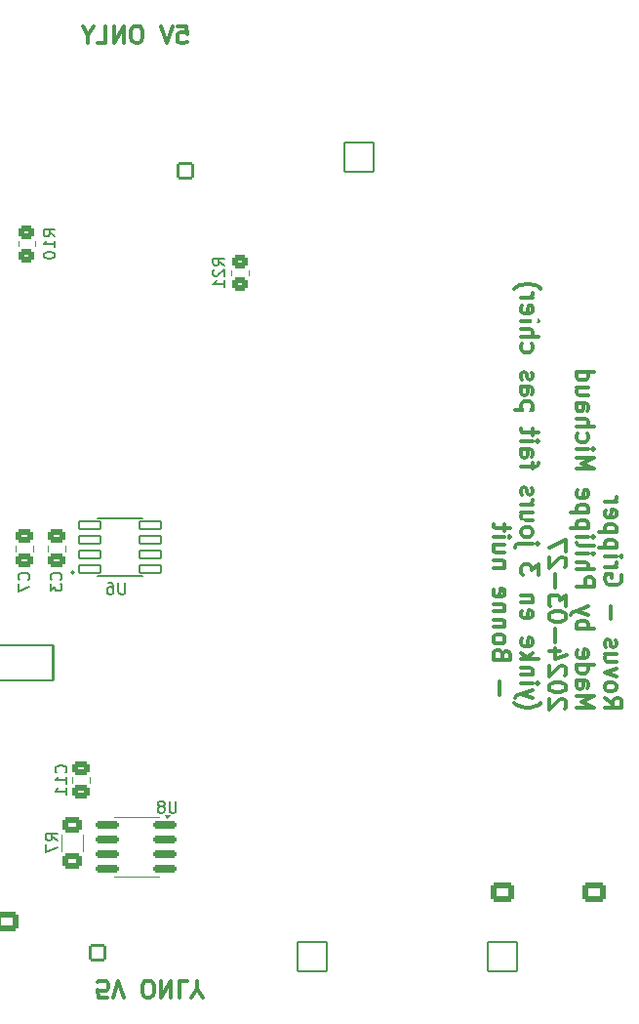
<source format=gbo>
%TF.GenerationSoftware,KiCad,Pcbnew,8.0.1-8.0.1-1~ubuntu22.04.1*%
%TF.CreationDate,2024-04-01T00:34:08-04:00*%
%TF.ProjectId,gripper_2024,67726970-7065-4725-9f32-3032342e6b69,rev?*%
%TF.SameCoordinates,Original*%
%TF.FileFunction,Legend,Bot*%
%TF.FilePolarity,Positive*%
%FSLAX46Y46*%
G04 Gerber Fmt 4.6, Leading zero omitted, Abs format (unit mm)*
G04 Created by KiCad (PCBNEW 8.0.1-8.0.1-1~ubuntu22.04.1) date 2024-04-01 00:34:08*
%MOMM*%
%LPD*%
G01*
G04 APERTURE LIST*
G04 Aperture macros list*
%AMRoundRect*
0 Rectangle with rounded corners*
0 $1 Rounding radius*
0 $2 $3 $4 $5 $6 $7 $8 $9 X,Y pos of 4 corners*
0 Add a 4 corners polygon primitive as box body*
4,1,4,$2,$3,$4,$5,$6,$7,$8,$9,$2,$3,0*
0 Add four circle primitives for the rounded corners*
1,1,$1+$1,$2,$3*
1,1,$1+$1,$4,$5*
1,1,$1+$1,$6,$7*
1,1,$1+$1,$8,$9*
0 Add four rect primitives between the rounded corners*
20,1,$1+$1,$2,$3,$4,$5,0*
20,1,$1+$1,$4,$5,$6,$7,0*
20,1,$1+$1,$6,$7,$8,$9,0*
20,1,$1+$1,$8,$9,$2,$3,0*%
G04 Aperture macros list end*
%ADD10C,0.300000*%
%ADD11C,0.150000*%
%ADD12C,0.127000*%
%ADD13C,0.200000*%
%ADD14C,0.120000*%
%ADD15RoundRect,0.250000X0.725000X-0.600000X0.725000X0.600000X-0.725000X0.600000X-0.725000X-0.600000X0*%
%ADD16O,1.950000X1.700000*%
%ADD17RoundRect,0.102000X-2.500000X1.500000X-2.500000X-1.500000X2.500000X-1.500000X2.500000X1.500000X0*%
%ADD18O,4.704000X2.954000*%
%ADD19RoundRect,0.102000X-1.000000X-1.000000X1.000000X-1.000000X1.000000X1.000000X-1.000000X1.000000X0*%
%ADD20C,2.204000*%
%ADD21C,1.712000*%
%ADD22C,2.754000*%
%ADD23RoundRect,0.102000X1.275000X1.275000X-1.275000X1.275000X-1.275000X-1.275000X1.275000X-1.275000X0*%
%ADD24C,3.600000*%
%ADD25C,5.600000*%
%ADD26C,3.350000*%
%ADD27RoundRect,0.102000X-0.634000X-0.634000X0.634000X-0.634000X0.634000X0.634000X-0.634000X0.634000X0*%
%ADD28C,1.472000*%
%ADD29R,2.000000X2.000000*%
%ADD30C,2.000000*%
%ADD31R,1.600000X1.600000*%
%ADD32C,1.600000*%
%ADD33RoundRect,0.102000X-1.275000X-1.275000X1.275000X-1.275000X1.275000X1.275000X-1.275000X1.275000X0*%
%ADD34RoundRect,0.102000X0.634000X0.634000X-0.634000X0.634000X-0.634000X-0.634000X0.634000X-0.634000X0*%
%ADD35RoundRect,0.055580X-0.921420X-0.341420X0.921420X-0.341420X0.921420X0.341420X-0.921420X0.341420X0*%
%ADD36RoundRect,0.250000X0.450000X-0.350000X0.450000X0.350000X-0.450000X0.350000X-0.450000X-0.350000X0*%
%ADD37RoundRect,0.250000X0.625000X-0.400000X0.625000X0.400000X-0.625000X0.400000X-0.625000X-0.400000X0*%
%ADD38RoundRect,0.250000X-0.475000X0.337500X-0.475000X-0.337500X0.475000X-0.337500X0.475000X0.337500X0*%
%ADD39RoundRect,0.150000X0.825000X0.150000X-0.825000X0.150000X-0.825000X-0.150000X0.825000X-0.150000X0*%
%ADD40C,0.600000*%
G04 APERTURE END LIST*
D10*
X73351503Y-75088346D02*
X74065789Y-75588346D01*
X73351503Y-75945489D02*
X74851503Y-75945489D01*
X74851503Y-75945489D02*
X74851503Y-75374060D01*
X74851503Y-75374060D02*
X74780074Y-75231203D01*
X74780074Y-75231203D02*
X74708646Y-75159774D01*
X74708646Y-75159774D02*
X74565789Y-75088346D01*
X74565789Y-75088346D02*
X74351503Y-75088346D01*
X74351503Y-75088346D02*
X74208646Y-75159774D01*
X74208646Y-75159774D02*
X74137217Y-75231203D01*
X74137217Y-75231203D02*
X74065789Y-75374060D01*
X74065789Y-75374060D02*
X74065789Y-75945489D01*
X73351503Y-74231203D02*
X73422932Y-74374060D01*
X73422932Y-74374060D02*
X73494360Y-74445489D01*
X73494360Y-74445489D02*
X73637217Y-74516917D01*
X73637217Y-74516917D02*
X74065789Y-74516917D01*
X74065789Y-74516917D02*
X74208646Y-74445489D01*
X74208646Y-74445489D02*
X74280074Y-74374060D01*
X74280074Y-74374060D02*
X74351503Y-74231203D01*
X74351503Y-74231203D02*
X74351503Y-74016917D01*
X74351503Y-74016917D02*
X74280074Y-73874060D01*
X74280074Y-73874060D02*
X74208646Y-73802632D01*
X74208646Y-73802632D02*
X74065789Y-73731203D01*
X74065789Y-73731203D02*
X73637217Y-73731203D01*
X73637217Y-73731203D02*
X73494360Y-73802632D01*
X73494360Y-73802632D02*
X73422932Y-73874060D01*
X73422932Y-73874060D02*
X73351503Y-74016917D01*
X73351503Y-74016917D02*
X73351503Y-74231203D01*
X74351503Y-73231203D02*
X73351503Y-72874060D01*
X73351503Y-72874060D02*
X74351503Y-72516917D01*
X74351503Y-71302632D02*
X73351503Y-71302632D01*
X74351503Y-71945489D02*
X73565789Y-71945489D01*
X73565789Y-71945489D02*
X73422932Y-71874060D01*
X73422932Y-71874060D02*
X73351503Y-71731203D01*
X73351503Y-71731203D02*
X73351503Y-71516917D01*
X73351503Y-71516917D02*
X73422932Y-71374060D01*
X73422932Y-71374060D02*
X73494360Y-71302632D01*
X73422932Y-70659774D02*
X73351503Y-70516917D01*
X73351503Y-70516917D02*
X73351503Y-70231203D01*
X73351503Y-70231203D02*
X73422932Y-70088346D01*
X73422932Y-70088346D02*
X73565789Y-70016917D01*
X73565789Y-70016917D02*
X73637217Y-70016917D01*
X73637217Y-70016917D02*
X73780074Y-70088346D01*
X73780074Y-70088346D02*
X73851503Y-70231203D01*
X73851503Y-70231203D02*
X73851503Y-70445489D01*
X73851503Y-70445489D02*
X73922932Y-70588346D01*
X73922932Y-70588346D02*
X74065789Y-70659774D01*
X74065789Y-70659774D02*
X74137217Y-70659774D01*
X74137217Y-70659774D02*
X74280074Y-70588346D01*
X74280074Y-70588346D02*
X74351503Y-70445489D01*
X74351503Y-70445489D02*
X74351503Y-70231203D01*
X74351503Y-70231203D02*
X74280074Y-70088346D01*
X73922932Y-68231203D02*
X73922932Y-67088346D01*
X74780074Y-64445488D02*
X74851503Y-64588346D01*
X74851503Y-64588346D02*
X74851503Y-64802631D01*
X74851503Y-64802631D02*
X74780074Y-65016917D01*
X74780074Y-65016917D02*
X74637217Y-65159774D01*
X74637217Y-65159774D02*
X74494360Y-65231203D01*
X74494360Y-65231203D02*
X74208646Y-65302631D01*
X74208646Y-65302631D02*
X73994360Y-65302631D01*
X73994360Y-65302631D02*
X73708646Y-65231203D01*
X73708646Y-65231203D02*
X73565789Y-65159774D01*
X73565789Y-65159774D02*
X73422932Y-65016917D01*
X73422932Y-65016917D02*
X73351503Y-64802631D01*
X73351503Y-64802631D02*
X73351503Y-64659774D01*
X73351503Y-64659774D02*
X73422932Y-64445488D01*
X73422932Y-64445488D02*
X73494360Y-64374060D01*
X73494360Y-64374060D02*
X73994360Y-64374060D01*
X73994360Y-64374060D02*
X73994360Y-64659774D01*
X73351503Y-63731203D02*
X74351503Y-63731203D01*
X74065789Y-63731203D02*
X74208646Y-63659774D01*
X74208646Y-63659774D02*
X74280074Y-63588346D01*
X74280074Y-63588346D02*
X74351503Y-63445488D01*
X74351503Y-63445488D02*
X74351503Y-63302631D01*
X73351503Y-62802632D02*
X74351503Y-62802632D01*
X74851503Y-62802632D02*
X74780074Y-62874060D01*
X74780074Y-62874060D02*
X74708646Y-62802632D01*
X74708646Y-62802632D02*
X74780074Y-62731203D01*
X74780074Y-62731203D02*
X74851503Y-62802632D01*
X74851503Y-62802632D02*
X74708646Y-62802632D01*
X74351503Y-62088346D02*
X72851503Y-62088346D01*
X74280074Y-62088346D02*
X74351503Y-61945489D01*
X74351503Y-61945489D02*
X74351503Y-61659774D01*
X74351503Y-61659774D02*
X74280074Y-61516917D01*
X74280074Y-61516917D02*
X74208646Y-61445489D01*
X74208646Y-61445489D02*
X74065789Y-61374060D01*
X74065789Y-61374060D02*
X73637217Y-61374060D01*
X73637217Y-61374060D02*
X73494360Y-61445489D01*
X73494360Y-61445489D02*
X73422932Y-61516917D01*
X73422932Y-61516917D02*
X73351503Y-61659774D01*
X73351503Y-61659774D02*
X73351503Y-61945489D01*
X73351503Y-61945489D02*
X73422932Y-62088346D01*
X74351503Y-60731203D02*
X72851503Y-60731203D01*
X74280074Y-60731203D02*
X74351503Y-60588346D01*
X74351503Y-60588346D02*
X74351503Y-60302631D01*
X74351503Y-60302631D02*
X74280074Y-60159774D01*
X74280074Y-60159774D02*
X74208646Y-60088346D01*
X74208646Y-60088346D02*
X74065789Y-60016917D01*
X74065789Y-60016917D02*
X73637217Y-60016917D01*
X73637217Y-60016917D02*
X73494360Y-60088346D01*
X73494360Y-60088346D02*
X73422932Y-60159774D01*
X73422932Y-60159774D02*
X73351503Y-60302631D01*
X73351503Y-60302631D02*
X73351503Y-60588346D01*
X73351503Y-60588346D02*
X73422932Y-60731203D01*
X73422932Y-58802631D02*
X73351503Y-58945488D01*
X73351503Y-58945488D02*
X73351503Y-59231203D01*
X73351503Y-59231203D02*
X73422932Y-59374060D01*
X73422932Y-59374060D02*
X73565789Y-59445488D01*
X73565789Y-59445488D02*
X74137217Y-59445488D01*
X74137217Y-59445488D02*
X74280074Y-59374060D01*
X74280074Y-59374060D02*
X74351503Y-59231203D01*
X74351503Y-59231203D02*
X74351503Y-58945488D01*
X74351503Y-58945488D02*
X74280074Y-58802631D01*
X74280074Y-58802631D02*
X74137217Y-58731203D01*
X74137217Y-58731203D02*
X73994360Y-58731203D01*
X73994360Y-58731203D02*
X73851503Y-59445488D01*
X73351503Y-58088346D02*
X74351503Y-58088346D01*
X74065789Y-58088346D02*
X74208646Y-58016917D01*
X74208646Y-58016917D02*
X74280074Y-57945489D01*
X74280074Y-57945489D02*
X74351503Y-57802631D01*
X74351503Y-57802631D02*
X74351503Y-57659774D01*
X70936587Y-75945489D02*
X72436587Y-75945489D01*
X72436587Y-75945489D02*
X71365158Y-75445489D01*
X71365158Y-75445489D02*
X72436587Y-74945489D01*
X72436587Y-74945489D02*
X70936587Y-74945489D01*
X70936587Y-73588346D02*
X71722301Y-73588346D01*
X71722301Y-73588346D02*
X71865158Y-73659774D01*
X71865158Y-73659774D02*
X71936587Y-73802631D01*
X71936587Y-73802631D02*
X71936587Y-74088346D01*
X71936587Y-74088346D02*
X71865158Y-74231203D01*
X71008016Y-73588346D02*
X70936587Y-73731203D01*
X70936587Y-73731203D02*
X70936587Y-74088346D01*
X70936587Y-74088346D02*
X71008016Y-74231203D01*
X71008016Y-74231203D02*
X71150873Y-74302631D01*
X71150873Y-74302631D02*
X71293730Y-74302631D01*
X71293730Y-74302631D02*
X71436587Y-74231203D01*
X71436587Y-74231203D02*
X71508016Y-74088346D01*
X71508016Y-74088346D02*
X71508016Y-73731203D01*
X71508016Y-73731203D02*
X71579444Y-73588346D01*
X70936587Y-72231203D02*
X72436587Y-72231203D01*
X71008016Y-72231203D02*
X70936587Y-72374060D01*
X70936587Y-72374060D02*
X70936587Y-72659774D01*
X70936587Y-72659774D02*
X71008016Y-72802631D01*
X71008016Y-72802631D02*
X71079444Y-72874060D01*
X71079444Y-72874060D02*
X71222301Y-72945488D01*
X71222301Y-72945488D02*
X71650873Y-72945488D01*
X71650873Y-72945488D02*
X71793730Y-72874060D01*
X71793730Y-72874060D02*
X71865158Y-72802631D01*
X71865158Y-72802631D02*
X71936587Y-72659774D01*
X71936587Y-72659774D02*
X71936587Y-72374060D01*
X71936587Y-72374060D02*
X71865158Y-72231203D01*
X71008016Y-70945488D02*
X70936587Y-71088345D01*
X70936587Y-71088345D02*
X70936587Y-71374060D01*
X70936587Y-71374060D02*
X71008016Y-71516917D01*
X71008016Y-71516917D02*
X71150873Y-71588345D01*
X71150873Y-71588345D02*
X71722301Y-71588345D01*
X71722301Y-71588345D02*
X71865158Y-71516917D01*
X71865158Y-71516917D02*
X71936587Y-71374060D01*
X71936587Y-71374060D02*
X71936587Y-71088345D01*
X71936587Y-71088345D02*
X71865158Y-70945488D01*
X71865158Y-70945488D02*
X71722301Y-70874060D01*
X71722301Y-70874060D02*
X71579444Y-70874060D01*
X71579444Y-70874060D02*
X71436587Y-71588345D01*
X70936587Y-69088346D02*
X72436587Y-69088346D01*
X71865158Y-69088346D02*
X71936587Y-68945489D01*
X71936587Y-68945489D02*
X71936587Y-68659774D01*
X71936587Y-68659774D02*
X71865158Y-68516917D01*
X71865158Y-68516917D02*
X71793730Y-68445489D01*
X71793730Y-68445489D02*
X71650873Y-68374060D01*
X71650873Y-68374060D02*
X71222301Y-68374060D01*
X71222301Y-68374060D02*
X71079444Y-68445489D01*
X71079444Y-68445489D02*
X71008016Y-68516917D01*
X71008016Y-68516917D02*
X70936587Y-68659774D01*
X70936587Y-68659774D02*
X70936587Y-68945489D01*
X70936587Y-68945489D02*
X71008016Y-69088346D01*
X71936587Y-67874060D02*
X70936587Y-67516917D01*
X71936587Y-67159774D02*
X70936587Y-67516917D01*
X70936587Y-67516917D02*
X70579444Y-67659774D01*
X70579444Y-67659774D02*
X70508016Y-67731203D01*
X70508016Y-67731203D02*
X70436587Y-67874060D01*
X70936587Y-65445489D02*
X72436587Y-65445489D01*
X72436587Y-65445489D02*
X72436587Y-64874060D01*
X72436587Y-64874060D02*
X72365158Y-64731203D01*
X72365158Y-64731203D02*
X72293730Y-64659774D01*
X72293730Y-64659774D02*
X72150873Y-64588346D01*
X72150873Y-64588346D02*
X71936587Y-64588346D01*
X71936587Y-64588346D02*
X71793730Y-64659774D01*
X71793730Y-64659774D02*
X71722301Y-64731203D01*
X71722301Y-64731203D02*
X71650873Y-64874060D01*
X71650873Y-64874060D02*
X71650873Y-65445489D01*
X70936587Y-63945489D02*
X72436587Y-63945489D01*
X70936587Y-63302632D02*
X71722301Y-63302632D01*
X71722301Y-63302632D02*
X71865158Y-63374060D01*
X71865158Y-63374060D02*
X71936587Y-63516917D01*
X71936587Y-63516917D02*
X71936587Y-63731203D01*
X71936587Y-63731203D02*
X71865158Y-63874060D01*
X71865158Y-63874060D02*
X71793730Y-63945489D01*
X70936587Y-62588346D02*
X71936587Y-62588346D01*
X72436587Y-62588346D02*
X72365158Y-62659774D01*
X72365158Y-62659774D02*
X72293730Y-62588346D01*
X72293730Y-62588346D02*
X72365158Y-62516917D01*
X72365158Y-62516917D02*
X72436587Y-62588346D01*
X72436587Y-62588346D02*
X72293730Y-62588346D01*
X70936587Y-61659774D02*
X71008016Y-61802631D01*
X71008016Y-61802631D02*
X71150873Y-61874060D01*
X71150873Y-61874060D02*
X72436587Y-61874060D01*
X70936587Y-61088346D02*
X71936587Y-61088346D01*
X72436587Y-61088346D02*
X72365158Y-61159774D01*
X72365158Y-61159774D02*
X72293730Y-61088346D01*
X72293730Y-61088346D02*
X72365158Y-61016917D01*
X72365158Y-61016917D02*
X72436587Y-61088346D01*
X72436587Y-61088346D02*
X72293730Y-61088346D01*
X71936587Y-60374060D02*
X70436587Y-60374060D01*
X71865158Y-60374060D02*
X71936587Y-60231203D01*
X71936587Y-60231203D02*
X71936587Y-59945488D01*
X71936587Y-59945488D02*
X71865158Y-59802631D01*
X71865158Y-59802631D02*
X71793730Y-59731203D01*
X71793730Y-59731203D02*
X71650873Y-59659774D01*
X71650873Y-59659774D02*
X71222301Y-59659774D01*
X71222301Y-59659774D02*
X71079444Y-59731203D01*
X71079444Y-59731203D02*
X71008016Y-59802631D01*
X71008016Y-59802631D02*
X70936587Y-59945488D01*
X70936587Y-59945488D02*
X70936587Y-60231203D01*
X70936587Y-60231203D02*
X71008016Y-60374060D01*
X71936587Y-59016917D02*
X70436587Y-59016917D01*
X71865158Y-59016917D02*
X71936587Y-58874060D01*
X71936587Y-58874060D02*
X71936587Y-58588345D01*
X71936587Y-58588345D02*
X71865158Y-58445488D01*
X71865158Y-58445488D02*
X71793730Y-58374060D01*
X71793730Y-58374060D02*
X71650873Y-58302631D01*
X71650873Y-58302631D02*
X71222301Y-58302631D01*
X71222301Y-58302631D02*
X71079444Y-58374060D01*
X71079444Y-58374060D02*
X71008016Y-58445488D01*
X71008016Y-58445488D02*
X70936587Y-58588345D01*
X70936587Y-58588345D02*
X70936587Y-58874060D01*
X70936587Y-58874060D02*
X71008016Y-59016917D01*
X71008016Y-57088345D02*
X70936587Y-57231202D01*
X70936587Y-57231202D02*
X70936587Y-57516917D01*
X70936587Y-57516917D02*
X71008016Y-57659774D01*
X71008016Y-57659774D02*
X71150873Y-57731202D01*
X71150873Y-57731202D02*
X71722301Y-57731202D01*
X71722301Y-57731202D02*
X71865158Y-57659774D01*
X71865158Y-57659774D02*
X71936587Y-57516917D01*
X71936587Y-57516917D02*
X71936587Y-57231202D01*
X71936587Y-57231202D02*
X71865158Y-57088345D01*
X71865158Y-57088345D02*
X71722301Y-57016917D01*
X71722301Y-57016917D02*
X71579444Y-57016917D01*
X71579444Y-57016917D02*
X71436587Y-57731202D01*
X70936587Y-55231203D02*
X72436587Y-55231203D01*
X72436587Y-55231203D02*
X71365158Y-54731203D01*
X71365158Y-54731203D02*
X72436587Y-54231203D01*
X72436587Y-54231203D02*
X70936587Y-54231203D01*
X70936587Y-53516917D02*
X71936587Y-53516917D01*
X72436587Y-53516917D02*
X72365158Y-53588345D01*
X72365158Y-53588345D02*
X72293730Y-53516917D01*
X72293730Y-53516917D02*
X72365158Y-53445488D01*
X72365158Y-53445488D02*
X72436587Y-53516917D01*
X72436587Y-53516917D02*
X72293730Y-53516917D01*
X71008016Y-52159774D02*
X70936587Y-52302631D01*
X70936587Y-52302631D02*
X70936587Y-52588345D01*
X70936587Y-52588345D02*
X71008016Y-52731202D01*
X71008016Y-52731202D02*
X71079444Y-52802631D01*
X71079444Y-52802631D02*
X71222301Y-52874059D01*
X71222301Y-52874059D02*
X71650873Y-52874059D01*
X71650873Y-52874059D02*
X71793730Y-52802631D01*
X71793730Y-52802631D02*
X71865158Y-52731202D01*
X71865158Y-52731202D02*
X71936587Y-52588345D01*
X71936587Y-52588345D02*
X71936587Y-52302631D01*
X71936587Y-52302631D02*
X71865158Y-52159774D01*
X70936587Y-51516917D02*
X72436587Y-51516917D01*
X70936587Y-50874060D02*
X71722301Y-50874060D01*
X71722301Y-50874060D02*
X71865158Y-50945488D01*
X71865158Y-50945488D02*
X71936587Y-51088345D01*
X71936587Y-51088345D02*
X71936587Y-51302631D01*
X71936587Y-51302631D02*
X71865158Y-51445488D01*
X71865158Y-51445488D02*
X71793730Y-51516917D01*
X70936587Y-49516917D02*
X71722301Y-49516917D01*
X71722301Y-49516917D02*
X71865158Y-49588345D01*
X71865158Y-49588345D02*
X71936587Y-49731202D01*
X71936587Y-49731202D02*
X71936587Y-50016917D01*
X71936587Y-50016917D02*
X71865158Y-50159774D01*
X71008016Y-49516917D02*
X70936587Y-49659774D01*
X70936587Y-49659774D02*
X70936587Y-50016917D01*
X70936587Y-50016917D02*
X71008016Y-50159774D01*
X71008016Y-50159774D02*
X71150873Y-50231202D01*
X71150873Y-50231202D02*
X71293730Y-50231202D01*
X71293730Y-50231202D02*
X71436587Y-50159774D01*
X71436587Y-50159774D02*
X71508016Y-50016917D01*
X71508016Y-50016917D02*
X71508016Y-49659774D01*
X71508016Y-49659774D02*
X71579444Y-49516917D01*
X71936587Y-48159774D02*
X70936587Y-48159774D01*
X71936587Y-48802631D02*
X71150873Y-48802631D01*
X71150873Y-48802631D02*
X71008016Y-48731202D01*
X71008016Y-48731202D02*
X70936587Y-48588345D01*
X70936587Y-48588345D02*
X70936587Y-48374059D01*
X70936587Y-48374059D02*
X71008016Y-48231202D01*
X71008016Y-48231202D02*
X71079444Y-48159774D01*
X70936587Y-46802631D02*
X72436587Y-46802631D01*
X71008016Y-46802631D02*
X70936587Y-46945488D01*
X70936587Y-46945488D02*
X70936587Y-47231202D01*
X70936587Y-47231202D02*
X71008016Y-47374059D01*
X71008016Y-47374059D02*
X71079444Y-47445488D01*
X71079444Y-47445488D02*
X71222301Y-47516916D01*
X71222301Y-47516916D02*
X71650873Y-47516916D01*
X71650873Y-47516916D02*
X71793730Y-47445488D01*
X71793730Y-47445488D02*
X71865158Y-47374059D01*
X71865158Y-47374059D02*
X71936587Y-47231202D01*
X71936587Y-47231202D02*
X71936587Y-46945488D01*
X71936587Y-46945488D02*
X71865158Y-46802631D01*
X69878814Y-76016917D02*
X69950242Y-75945489D01*
X69950242Y-75945489D02*
X70021671Y-75802632D01*
X70021671Y-75802632D02*
X70021671Y-75445489D01*
X70021671Y-75445489D02*
X69950242Y-75302632D01*
X69950242Y-75302632D02*
X69878814Y-75231203D01*
X69878814Y-75231203D02*
X69735957Y-75159774D01*
X69735957Y-75159774D02*
X69593100Y-75159774D01*
X69593100Y-75159774D02*
X69378814Y-75231203D01*
X69378814Y-75231203D02*
X68521671Y-76088346D01*
X68521671Y-76088346D02*
X68521671Y-75159774D01*
X70021671Y-74231203D02*
X70021671Y-74088346D01*
X70021671Y-74088346D02*
X69950242Y-73945489D01*
X69950242Y-73945489D02*
X69878814Y-73874061D01*
X69878814Y-73874061D02*
X69735957Y-73802632D01*
X69735957Y-73802632D02*
X69450242Y-73731203D01*
X69450242Y-73731203D02*
X69093100Y-73731203D01*
X69093100Y-73731203D02*
X68807385Y-73802632D01*
X68807385Y-73802632D02*
X68664528Y-73874061D01*
X68664528Y-73874061D02*
X68593100Y-73945489D01*
X68593100Y-73945489D02*
X68521671Y-74088346D01*
X68521671Y-74088346D02*
X68521671Y-74231203D01*
X68521671Y-74231203D02*
X68593100Y-74374061D01*
X68593100Y-74374061D02*
X68664528Y-74445489D01*
X68664528Y-74445489D02*
X68807385Y-74516918D01*
X68807385Y-74516918D02*
X69093100Y-74588346D01*
X69093100Y-74588346D02*
X69450242Y-74588346D01*
X69450242Y-74588346D02*
X69735957Y-74516918D01*
X69735957Y-74516918D02*
X69878814Y-74445489D01*
X69878814Y-74445489D02*
X69950242Y-74374061D01*
X69950242Y-74374061D02*
X70021671Y-74231203D01*
X69878814Y-73159775D02*
X69950242Y-73088347D01*
X69950242Y-73088347D02*
X70021671Y-72945490D01*
X70021671Y-72945490D02*
X70021671Y-72588347D01*
X70021671Y-72588347D02*
X69950242Y-72445490D01*
X69950242Y-72445490D02*
X69878814Y-72374061D01*
X69878814Y-72374061D02*
X69735957Y-72302632D01*
X69735957Y-72302632D02*
X69593100Y-72302632D01*
X69593100Y-72302632D02*
X69378814Y-72374061D01*
X69378814Y-72374061D02*
X68521671Y-73231204D01*
X68521671Y-73231204D02*
X68521671Y-72302632D01*
X69521671Y-71016919D02*
X68521671Y-71016919D01*
X70093100Y-71374061D02*
X69021671Y-71731204D01*
X69021671Y-71731204D02*
X69021671Y-70802633D01*
X69093100Y-70231205D02*
X69093100Y-69088348D01*
X70021671Y-68088347D02*
X70021671Y-67945490D01*
X70021671Y-67945490D02*
X69950242Y-67802633D01*
X69950242Y-67802633D02*
X69878814Y-67731205D01*
X69878814Y-67731205D02*
X69735957Y-67659776D01*
X69735957Y-67659776D02*
X69450242Y-67588347D01*
X69450242Y-67588347D02*
X69093100Y-67588347D01*
X69093100Y-67588347D02*
X68807385Y-67659776D01*
X68807385Y-67659776D02*
X68664528Y-67731205D01*
X68664528Y-67731205D02*
X68593100Y-67802633D01*
X68593100Y-67802633D02*
X68521671Y-67945490D01*
X68521671Y-67945490D02*
X68521671Y-68088347D01*
X68521671Y-68088347D02*
X68593100Y-68231205D01*
X68593100Y-68231205D02*
X68664528Y-68302633D01*
X68664528Y-68302633D02*
X68807385Y-68374062D01*
X68807385Y-68374062D02*
X69093100Y-68445490D01*
X69093100Y-68445490D02*
X69450242Y-68445490D01*
X69450242Y-68445490D02*
X69735957Y-68374062D01*
X69735957Y-68374062D02*
X69878814Y-68302633D01*
X69878814Y-68302633D02*
X69950242Y-68231205D01*
X69950242Y-68231205D02*
X70021671Y-68088347D01*
X70021671Y-67088348D02*
X70021671Y-66159776D01*
X70021671Y-66159776D02*
X69450242Y-66659776D01*
X69450242Y-66659776D02*
X69450242Y-66445491D01*
X69450242Y-66445491D02*
X69378814Y-66302634D01*
X69378814Y-66302634D02*
X69307385Y-66231205D01*
X69307385Y-66231205D02*
X69164528Y-66159776D01*
X69164528Y-66159776D02*
X68807385Y-66159776D01*
X68807385Y-66159776D02*
X68664528Y-66231205D01*
X68664528Y-66231205D02*
X68593100Y-66302634D01*
X68593100Y-66302634D02*
X68521671Y-66445491D01*
X68521671Y-66445491D02*
X68521671Y-66874062D01*
X68521671Y-66874062D02*
X68593100Y-67016919D01*
X68593100Y-67016919D02*
X68664528Y-67088348D01*
X69093100Y-65516920D02*
X69093100Y-64374063D01*
X69878814Y-63731205D02*
X69950242Y-63659777D01*
X69950242Y-63659777D02*
X70021671Y-63516920D01*
X70021671Y-63516920D02*
X70021671Y-63159777D01*
X70021671Y-63159777D02*
X69950242Y-63016920D01*
X69950242Y-63016920D02*
X69878814Y-62945491D01*
X69878814Y-62945491D02*
X69735957Y-62874062D01*
X69735957Y-62874062D02*
X69593100Y-62874062D01*
X69593100Y-62874062D02*
X69378814Y-62945491D01*
X69378814Y-62945491D02*
X68521671Y-63802634D01*
X68521671Y-63802634D02*
X68521671Y-62874062D01*
X70021671Y-62374063D02*
X70021671Y-61374063D01*
X70021671Y-61374063D02*
X68521671Y-62016920D01*
X65535326Y-75516917D02*
X65606755Y-75588346D01*
X65606755Y-75588346D02*
X65821041Y-75731203D01*
X65821041Y-75731203D02*
X65963898Y-75802632D01*
X65963898Y-75802632D02*
X66178184Y-75874060D01*
X66178184Y-75874060D02*
X66535326Y-75945489D01*
X66535326Y-75945489D02*
X66821041Y-75945489D01*
X66821041Y-75945489D02*
X67178184Y-75874060D01*
X67178184Y-75874060D02*
X67392469Y-75802632D01*
X67392469Y-75802632D02*
X67535326Y-75731203D01*
X67535326Y-75731203D02*
X67749612Y-75588346D01*
X67749612Y-75588346D02*
X67821041Y-75516917D01*
X67106755Y-75088346D02*
X66106755Y-74731203D01*
X67106755Y-74374060D02*
X66106755Y-74731203D01*
X66106755Y-74731203D02*
X65749612Y-74874060D01*
X65749612Y-74874060D02*
X65678184Y-74945489D01*
X65678184Y-74945489D02*
X65606755Y-75088346D01*
X66106755Y-73802632D02*
X67106755Y-73802632D01*
X67606755Y-73802632D02*
X67535326Y-73874060D01*
X67535326Y-73874060D02*
X67463898Y-73802632D01*
X67463898Y-73802632D02*
X67535326Y-73731203D01*
X67535326Y-73731203D02*
X67606755Y-73802632D01*
X67606755Y-73802632D02*
X67463898Y-73802632D01*
X67106755Y-73088346D02*
X66106755Y-73088346D01*
X66963898Y-73088346D02*
X67035326Y-73016917D01*
X67035326Y-73016917D02*
X67106755Y-72874060D01*
X67106755Y-72874060D02*
X67106755Y-72659774D01*
X67106755Y-72659774D02*
X67035326Y-72516917D01*
X67035326Y-72516917D02*
X66892469Y-72445489D01*
X66892469Y-72445489D02*
X66106755Y-72445489D01*
X66106755Y-71731203D02*
X67606755Y-71731203D01*
X66678184Y-71588346D02*
X66106755Y-71159774D01*
X67106755Y-71159774D02*
X66535326Y-71731203D01*
X66178184Y-69945488D02*
X66106755Y-70088345D01*
X66106755Y-70088345D02*
X66106755Y-70374060D01*
X66106755Y-70374060D02*
X66178184Y-70516917D01*
X66178184Y-70516917D02*
X66321041Y-70588345D01*
X66321041Y-70588345D02*
X66892469Y-70588345D01*
X66892469Y-70588345D02*
X67035326Y-70516917D01*
X67035326Y-70516917D02*
X67106755Y-70374060D01*
X67106755Y-70374060D02*
X67106755Y-70088345D01*
X67106755Y-70088345D02*
X67035326Y-69945488D01*
X67035326Y-69945488D02*
X66892469Y-69874060D01*
X66892469Y-69874060D02*
X66749612Y-69874060D01*
X66749612Y-69874060D02*
X66606755Y-70588345D01*
X66178184Y-67516917D02*
X66106755Y-67659774D01*
X66106755Y-67659774D02*
X66106755Y-67945489D01*
X66106755Y-67945489D02*
X66178184Y-68088346D01*
X66178184Y-68088346D02*
X66321041Y-68159774D01*
X66321041Y-68159774D02*
X66892469Y-68159774D01*
X66892469Y-68159774D02*
X67035326Y-68088346D01*
X67035326Y-68088346D02*
X67106755Y-67945489D01*
X67106755Y-67945489D02*
X67106755Y-67659774D01*
X67106755Y-67659774D02*
X67035326Y-67516917D01*
X67035326Y-67516917D02*
X66892469Y-67445489D01*
X66892469Y-67445489D02*
X66749612Y-67445489D01*
X66749612Y-67445489D02*
X66606755Y-68159774D01*
X67106755Y-66802632D02*
X66106755Y-66802632D01*
X66963898Y-66802632D02*
X67035326Y-66731203D01*
X67035326Y-66731203D02*
X67106755Y-66588346D01*
X67106755Y-66588346D02*
X67106755Y-66374060D01*
X67106755Y-66374060D02*
X67035326Y-66231203D01*
X67035326Y-66231203D02*
X66892469Y-66159775D01*
X66892469Y-66159775D02*
X66106755Y-66159775D01*
X67606755Y-64445489D02*
X67606755Y-63516917D01*
X67606755Y-63516917D02*
X67035326Y-64016917D01*
X67035326Y-64016917D02*
X67035326Y-63802632D01*
X67035326Y-63802632D02*
X66963898Y-63659775D01*
X66963898Y-63659775D02*
X66892469Y-63588346D01*
X66892469Y-63588346D02*
X66749612Y-63516917D01*
X66749612Y-63516917D02*
X66392469Y-63516917D01*
X66392469Y-63516917D02*
X66249612Y-63588346D01*
X66249612Y-63588346D02*
X66178184Y-63659775D01*
X66178184Y-63659775D02*
X66106755Y-63802632D01*
X66106755Y-63802632D02*
X66106755Y-64231203D01*
X66106755Y-64231203D02*
X66178184Y-64374060D01*
X66178184Y-64374060D02*
X66249612Y-64445489D01*
X67106755Y-61731204D02*
X65821041Y-61731204D01*
X65821041Y-61731204D02*
X65678184Y-61802632D01*
X65678184Y-61802632D02*
X65606755Y-61945489D01*
X65606755Y-61945489D02*
X65606755Y-62016918D01*
X67606755Y-61731204D02*
X67535326Y-61802632D01*
X67535326Y-61802632D02*
X67463898Y-61731204D01*
X67463898Y-61731204D02*
X67535326Y-61659775D01*
X67535326Y-61659775D02*
X67606755Y-61731204D01*
X67606755Y-61731204D02*
X67463898Y-61731204D01*
X66106755Y-60802632D02*
X66178184Y-60945489D01*
X66178184Y-60945489D02*
X66249612Y-61016918D01*
X66249612Y-61016918D02*
X66392469Y-61088346D01*
X66392469Y-61088346D02*
X66821041Y-61088346D01*
X66821041Y-61088346D02*
X66963898Y-61016918D01*
X66963898Y-61016918D02*
X67035326Y-60945489D01*
X67035326Y-60945489D02*
X67106755Y-60802632D01*
X67106755Y-60802632D02*
X67106755Y-60588346D01*
X67106755Y-60588346D02*
X67035326Y-60445489D01*
X67035326Y-60445489D02*
X66963898Y-60374061D01*
X66963898Y-60374061D02*
X66821041Y-60302632D01*
X66821041Y-60302632D02*
X66392469Y-60302632D01*
X66392469Y-60302632D02*
X66249612Y-60374061D01*
X66249612Y-60374061D02*
X66178184Y-60445489D01*
X66178184Y-60445489D02*
X66106755Y-60588346D01*
X66106755Y-60588346D02*
X66106755Y-60802632D01*
X67106755Y-59016918D02*
X66106755Y-59016918D01*
X67106755Y-59659775D02*
X66321041Y-59659775D01*
X66321041Y-59659775D02*
X66178184Y-59588346D01*
X66178184Y-59588346D02*
X66106755Y-59445489D01*
X66106755Y-59445489D02*
X66106755Y-59231203D01*
X66106755Y-59231203D02*
X66178184Y-59088346D01*
X66178184Y-59088346D02*
X66249612Y-59016918D01*
X66106755Y-58302632D02*
X67106755Y-58302632D01*
X66821041Y-58302632D02*
X66963898Y-58231203D01*
X66963898Y-58231203D02*
X67035326Y-58159775D01*
X67035326Y-58159775D02*
X67106755Y-58016917D01*
X67106755Y-58016917D02*
X67106755Y-57874060D01*
X66178184Y-57445489D02*
X66106755Y-57302632D01*
X66106755Y-57302632D02*
X66106755Y-57016918D01*
X66106755Y-57016918D02*
X66178184Y-56874061D01*
X66178184Y-56874061D02*
X66321041Y-56802632D01*
X66321041Y-56802632D02*
X66392469Y-56802632D01*
X66392469Y-56802632D02*
X66535326Y-56874061D01*
X66535326Y-56874061D02*
X66606755Y-57016918D01*
X66606755Y-57016918D02*
X66606755Y-57231204D01*
X66606755Y-57231204D02*
X66678184Y-57374061D01*
X66678184Y-57374061D02*
X66821041Y-57445489D01*
X66821041Y-57445489D02*
X66892469Y-57445489D01*
X66892469Y-57445489D02*
X67035326Y-57374061D01*
X67035326Y-57374061D02*
X67106755Y-57231204D01*
X67106755Y-57231204D02*
X67106755Y-57016918D01*
X67106755Y-57016918D02*
X67035326Y-56874061D01*
X67106755Y-55231203D02*
X67106755Y-54659775D01*
X66106755Y-55016918D02*
X67392469Y-55016918D01*
X67392469Y-55016918D02*
X67535326Y-54945489D01*
X67535326Y-54945489D02*
X67606755Y-54802632D01*
X67606755Y-54802632D02*
X67606755Y-54659775D01*
X66106755Y-53516918D02*
X66892469Y-53516918D01*
X66892469Y-53516918D02*
X67035326Y-53588346D01*
X67035326Y-53588346D02*
X67106755Y-53731203D01*
X67106755Y-53731203D02*
X67106755Y-54016918D01*
X67106755Y-54016918D02*
X67035326Y-54159775D01*
X66178184Y-53516918D02*
X66106755Y-53659775D01*
X66106755Y-53659775D02*
X66106755Y-54016918D01*
X66106755Y-54016918D02*
X66178184Y-54159775D01*
X66178184Y-54159775D02*
X66321041Y-54231203D01*
X66321041Y-54231203D02*
X66463898Y-54231203D01*
X66463898Y-54231203D02*
X66606755Y-54159775D01*
X66606755Y-54159775D02*
X66678184Y-54016918D01*
X66678184Y-54016918D02*
X66678184Y-53659775D01*
X66678184Y-53659775D02*
X66749612Y-53516918D01*
X66106755Y-52802632D02*
X67106755Y-52802632D01*
X67606755Y-52802632D02*
X67535326Y-52874060D01*
X67535326Y-52874060D02*
X67463898Y-52802632D01*
X67463898Y-52802632D02*
X67535326Y-52731203D01*
X67535326Y-52731203D02*
X67606755Y-52802632D01*
X67606755Y-52802632D02*
X67463898Y-52802632D01*
X67106755Y-52302631D02*
X67106755Y-51731203D01*
X67606755Y-52088346D02*
X66321041Y-52088346D01*
X66321041Y-52088346D02*
X66178184Y-52016917D01*
X66178184Y-52016917D02*
X66106755Y-51874060D01*
X66106755Y-51874060D02*
X66106755Y-51731203D01*
X67106755Y-50088346D02*
X65606755Y-50088346D01*
X67035326Y-50088346D02*
X67106755Y-49945489D01*
X67106755Y-49945489D02*
X67106755Y-49659774D01*
X67106755Y-49659774D02*
X67035326Y-49516917D01*
X67035326Y-49516917D02*
X66963898Y-49445489D01*
X66963898Y-49445489D02*
X66821041Y-49374060D01*
X66821041Y-49374060D02*
X66392469Y-49374060D01*
X66392469Y-49374060D02*
X66249612Y-49445489D01*
X66249612Y-49445489D02*
X66178184Y-49516917D01*
X66178184Y-49516917D02*
X66106755Y-49659774D01*
X66106755Y-49659774D02*
X66106755Y-49945489D01*
X66106755Y-49945489D02*
X66178184Y-50088346D01*
X66106755Y-48088346D02*
X66892469Y-48088346D01*
X66892469Y-48088346D02*
X67035326Y-48159774D01*
X67035326Y-48159774D02*
X67106755Y-48302631D01*
X67106755Y-48302631D02*
X67106755Y-48588346D01*
X67106755Y-48588346D02*
X67035326Y-48731203D01*
X66178184Y-48088346D02*
X66106755Y-48231203D01*
X66106755Y-48231203D02*
X66106755Y-48588346D01*
X66106755Y-48588346D02*
X66178184Y-48731203D01*
X66178184Y-48731203D02*
X66321041Y-48802631D01*
X66321041Y-48802631D02*
X66463898Y-48802631D01*
X66463898Y-48802631D02*
X66606755Y-48731203D01*
X66606755Y-48731203D02*
X66678184Y-48588346D01*
X66678184Y-48588346D02*
X66678184Y-48231203D01*
X66678184Y-48231203D02*
X66749612Y-48088346D01*
X66178184Y-47445488D02*
X66106755Y-47302631D01*
X66106755Y-47302631D02*
X66106755Y-47016917D01*
X66106755Y-47016917D02*
X66178184Y-46874060D01*
X66178184Y-46874060D02*
X66321041Y-46802631D01*
X66321041Y-46802631D02*
X66392469Y-46802631D01*
X66392469Y-46802631D02*
X66535326Y-46874060D01*
X66535326Y-46874060D02*
X66606755Y-47016917D01*
X66606755Y-47016917D02*
X66606755Y-47231203D01*
X66606755Y-47231203D02*
X66678184Y-47374060D01*
X66678184Y-47374060D02*
X66821041Y-47445488D01*
X66821041Y-47445488D02*
X66892469Y-47445488D01*
X66892469Y-47445488D02*
X67035326Y-47374060D01*
X67035326Y-47374060D02*
X67106755Y-47231203D01*
X67106755Y-47231203D02*
X67106755Y-47016917D01*
X67106755Y-47016917D02*
X67035326Y-46874060D01*
X66178184Y-44374060D02*
X66106755Y-44516917D01*
X66106755Y-44516917D02*
X66106755Y-44802631D01*
X66106755Y-44802631D02*
X66178184Y-44945488D01*
X66178184Y-44945488D02*
X66249612Y-45016917D01*
X66249612Y-45016917D02*
X66392469Y-45088345D01*
X66392469Y-45088345D02*
X66821041Y-45088345D01*
X66821041Y-45088345D02*
X66963898Y-45016917D01*
X66963898Y-45016917D02*
X67035326Y-44945488D01*
X67035326Y-44945488D02*
X67106755Y-44802631D01*
X67106755Y-44802631D02*
X67106755Y-44516917D01*
X67106755Y-44516917D02*
X67035326Y-44374060D01*
X66106755Y-43731203D02*
X67606755Y-43731203D01*
X66106755Y-43088346D02*
X66892469Y-43088346D01*
X66892469Y-43088346D02*
X67035326Y-43159774D01*
X67035326Y-43159774D02*
X67106755Y-43302631D01*
X67106755Y-43302631D02*
X67106755Y-43516917D01*
X67106755Y-43516917D02*
X67035326Y-43659774D01*
X67035326Y-43659774D02*
X66963898Y-43731203D01*
X66106755Y-42374060D02*
X67106755Y-42374060D01*
X67606755Y-42374060D02*
X67535326Y-42445488D01*
X67535326Y-42445488D02*
X67463898Y-42374060D01*
X67463898Y-42374060D02*
X67535326Y-42302631D01*
X67535326Y-42302631D02*
X67606755Y-42374060D01*
X67606755Y-42374060D02*
X67463898Y-42374060D01*
X66178184Y-41088345D02*
X66106755Y-41231202D01*
X66106755Y-41231202D02*
X66106755Y-41516917D01*
X66106755Y-41516917D02*
X66178184Y-41659774D01*
X66178184Y-41659774D02*
X66321041Y-41731202D01*
X66321041Y-41731202D02*
X66892469Y-41731202D01*
X66892469Y-41731202D02*
X67035326Y-41659774D01*
X67035326Y-41659774D02*
X67106755Y-41516917D01*
X67106755Y-41516917D02*
X67106755Y-41231202D01*
X67106755Y-41231202D02*
X67035326Y-41088345D01*
X67035326Y-41088345D02*
X66892469Y-41016917D01*
X66892469Y-41016917D02*
X66749612Y-41016917D01*
X66749612Y-41016917D02*
X66606755Y-41731202D01*
X66106755Y-40374060D02*
X67106755Y-40374060D01*
X66821041Y-40374060D02*
X66963898Y-40302631D01*
X66963898Y-40302631D02*
X67035326Y-40231203D01*
X67035326Y-40231203D02*
X67106755Y-40088345D01*
X67106755Y-40088345D02*
X67106755Y-39945488D01*
X65535326Y-39588346D02*
X65606755Y-39516917D01*
X65606755Y-39516917D02*
X65821041Y-39374060D01*
X65821041Y-39374060D02*
X65963898Y-39302632D01*
X65963898Y-39302632D02*
X66178184Y-39231203D01*
X66178184Y-39231203D02*
X66535326Y-39159774D01*
X66535326Y-39159774D02*
X66821041Y-39159774D01*
X66821041Y-39159774D02*
X67178184Y-39231203D01*
X67178184Y-39231203D02*
X67392469Y-39302632D01*
X67392469Y-39302632D02*
X67535326Y-39374060D01*
X67535326Y-39374060D02*
X67749612Y-39516917D01*
X67749612Y-39516917D02*
X67821041Y-39588346D01*
X64263268Y-74802632D02*
X64263268Y-73659775D01*
X64477553Y-71302632D02*
X64406125Y-71088346D01*
X64406125Y-71088346D02*
X64334696Y-71016917D01*
X64334696Y-71016917D02*
X64191839Y-70945489D01*
X64191839Y-70945489D02*
X63977553Y-70945489D01*
X63977553Y-70945489D02*
X63834696Y-71016917D01*
X63834696Y-71016917D02*
X63763268Y-71088346D01*
X63763268Y-71088346D02*
X63691839Y-71231203D01*
X63691839Y-71231203D02*
X63691839Y-71802632D01*
X63691839Y-71802632D02*
X65191839Y-71802632D01*
X65191839Y-71802632D02*
X65191839Y-71302632D01*
X65191839Y-71302632D02*
X65120410Y-71159775D01*
X65120410Y-71159775D02*
X65048982Y-71088346D01*
X65048982Y-71088346D02*
X64906125Y-71016917D01*
X64906125Y-71016917D02*
X64763268Y-71016917D01*
X64763268Y-71016917D02*
X64620410Y-71088346D01*
X64620410Y-71088346D02*
X64548982Y-71159775D01*
X64548982Y-71159775D02*
X64477553Y-71302632D01*
X64477553Y-71302632D02*
X64477553Y-71802632D01*
X63691839Y-70088346D02*
X63763268Y-70231203D01*
X63763268Y-70231203D02*
X63834696Y-70302632D01*
X63834696Y-70302632D02*
X63977553Y-70374060D01*
X63977553Y-70374060D02*
X64406125Y-70374060D01*
X64406125Y-70374060D02*
X64548982Y-70302632D01*
X64548982Y-70302632D02*
X64620410Y-70231203D01*
X64620410Y-70231203D02*
X64691839Y-70088346D01*
X64691839Y-70088346D02*
X64691839Y-69874060D01*
X64691839Y-69874060D02*
X64620410Y-69731203D01*
X64620410Y-69731203D02*
X64548982Y-69659775D01*
X64548982Y-69659775D02*
X64406125Y-69588346D01*
X64406125Y-69588346D02*
X63977553Y-69588346D01*
X63977553Y-69588346D02*
X63834696Y-69659775D01*
X63834696Y-69659775D02*
X63763268Y-69731203D01*
X63763268Y-69731203D02*
X63691839Y-69874060D01*
X63691839Y-69874060D02*
X63691839Y-70088346D01*
X64691839Y-68945489D02*
X63691839Y-68945489D01*
X64548982Y-68945489D02*
X64620410Y-68874060D01*
X64620410Y-68874060D02*
X64691839Y-68731203D01*
X64691839Y-68731203D02*
X64691839Y-68516917D01*
X64691839Y-68516917D02*
X64620410Y-68374060D01*
X64620410Y-68374060D02*
X64477553Y-68302632D01*
X64477553Y-68302632D02*
X63691839Y-68302632D01*
X64691839Y-67588346D02*
X63691839Y-67588346D01*
X64548982Y-67588346D02*
X64620410Y-67516917D01*
X64620410Y-67516917D02*
X64691839Y-67374060D01*
X64691839Y-67374060D02*
X64691839Y-67159774D01*
X64691839Y-67159774D02*
X64620410Y-67016917D01*
X64620410Y-67016917D02*
X64477553Y-66945489D01*
X64477553Y-66945489D02*
X63691839Y-66945489D01*
X63763268Y-65659774D02*
X63691839Y-65802631D01*
X63691839Y-65802631D02*
X63691839Y-66088346D01*
X63691839Y-66088346D02*
X63763268Y-66231203D01*
X63763268Y-66231203D02*
X63906125Y-66302631D01*
X63906125Y-66302631D02*
X64477553Y-66302631D01*
X64477553Y-66302631D02*
X64620410Y-66231203D01*
X64620410Y-66231203D02*
X64691839Y-66088346D01*
X64691839Y-66088346D02*
X64691839Y-65802631D01*
X64691839Y-65802631D02*
X64620410Y-65659774D01*
X64620410Y-65659774D02*
X64477553Y-65588346D01*
X64477553Y-65588346D02*
X64334696Y-65588346D01*
X64334696Y-65588346D02*
X64191839Y-66302631D01*
X64691839Y-63802632D02*
X63691839Y-63802632D01*
X64548982Y-63802632D02*
X64620410Y-63731203D01*
X64620410Y-63731203D02*
X64691839Y-63588346D01*
X64691839Y-63588346D02*
X64691839Y-63374060D01*
X64691839Y-63374060D02*
X64620410Y-63231203D01*
X64620410Y-63231203D02*
X64477553Y-63159775D01*
X64477553Y-63159775D02*
X63691839Y-63159775D01*
X64691839Y-61802632D02*
X63691839Y-61802632D01*
X64691839Y-62445489D02*
X63906125Y-62445489D01*
X63906125Y-62445489D02*
X63763268Y-62374060D01*
X63763268Y-62374060D02*
X63691839Y-62231203D01*
X63691839Y-62231203D02*
X63691839Y-62016917D01*
X63691839Y-62016917D02*
X63763268Y-61874060D01*
X63763268Y-61874060D02*
X63834696Y-61802632D01*
X63691839Y-61088346D02*
X64691839Y-61088346D01*
X65191839Y-61088346D02*
X65120410Y-61159774D01*
X65120410Y-61159774D02*
X65048982Y-61088346D01*
X65048982Y-61088346D02*
X65120410Y-61016917D01*
X65120410Y-61016917D02*
X65191839Y-61088346D01*
X65191839Y-61088346D02*
X65048982Y-61088346D01*
X64691839Y-60588345D02*
X64691839Y-60016917D01*
X65191839Y-60374060D02*
X63906125Y-60374060D01*
X63906125Y-60374060D02*
X63763268Y-60302631D01*
X63763268Y-60302631D02*
X63691839Y-60159774D01*
X63691839Y-60159774D02*
X63691839Y-60016917D01*
X30168796Y-101099171D02*
X29454510Y-101099171D01*
X29454510Y-101099171D02*
X29383082Y-100384885D01*
X29383082Y-100384885D02*
X29454510Y-100456314D01*
X29454510Y-100456314D02*
X29597368Y-100527742D01*
X29597368Y-100527742D02*
X29954510Y-100527742D01*
X29954510Y-100527742D02*
X30097368Y-100456314D01*
X30097368Y-100456314D02*
X30168796Y-100384885D01*
X30168796Y-100384885D02*
X30240225Y-100242028D01*
X30240225Y-100242028D02*
X30240225Y-99884885D01*
X30240225Y-99884885D02*
X30168796Y-99742028D01*
X30168796Y-99742028D02*
X30097368Y-99670600D01*
X30097368Y-99670600D02*
X29954510Y-99599171D01*
X29954510Y-99599171D02*
X29597368Y-99599171D01*
X29597368Y-99599171D02*
X29454510Y-99670600D01*
X29454510Y-99670600D02*
X29383082Y-99742028D01*
X30668796Y-101099171D02*
X31168796Y-99599171D01*
X31168796Y-99599171D02*
X31668796Y-101099171D01*
X33597367Y-101099171D02*
X33883081Y-101099171D01*
X33883081Y-101099171D02*
X34025938Y-101027742D01*
X34025938Y-101027742D02*
X34168795Y-100884885D01*
X34168795Y-100884885D02*
X34240224Y-100599171D01*
X34240224Y-100599171D02*
X34240224Y-100099171D01*
X34240224Y-100099171D02*
X34168795Y-99813457D01*
X34168795Y-99813457D02*
X34025938Y-99670600D01*
X34025938Y-99670600D02*
X33883081Y-99599171D01*
X33883081Y-99599171D02*
X33597367Y-99599171D01*
X33597367Y-99599171D02*
X33454510Y-99670600D01*
X33454510Y-99670600D02*
X33311652Y-99813457D01*
X33311652Y-99813457D02*
X33240224Y-100099171D01*
X33240224Y-100099171D02*
X33240224Y-100599171D01*
X33240224Y-100599171D02*
X33311652Y-100884885D01*
X33311652Y-100884885D02*
X33454510Y-101027742D01*
X33454510Y-101027742D02*
X33597367Y-101099171D01*
X34883081Y-99599171D02*
X34883081Y-101099171D01*
X34883081Y-101099171D02*
X35740224Y-99599171D01*
X35740224Y-99599171D02*
X35740224Y-101099171D01*
X37168796Y-99599171D02*
X36454510Y-99599171D01*
X36454510Y-99599171D02*
X36454510Y-101099171D01*
X37954511Y-100313457D02*
X37954511Y-99599171D01*
X37454511Y-101099171D02*
X37954511Y-100313457D01*
X37954511Y-100313457D02*
X38454511Y-101099171D01*
X36331203Y-16800828D02*
X37045489Y-16800828D01*
X37045489Y-16800828D02*
X37116917Y-17515114D01*
X37116917Y-17515114D02*
X37045489Y-17443685D01*
X37045489Y-17443685D02*
X36902632Y-17372257D01*
X36902632Y-17372257D02*
X36545489Y-17372257D01*
X36545489Y-17372257D02*
X36402632Y-17443685D01*
X36402632Y-17443685D02*
X36331203Y-17515114D01*
X36331203Y-17515114D02*
X36259774Y-17657971D01*
X36259774Y-17657971D02*
X36259774Y-18015114D01*
X36259774Y-18015114D02*
X36331203Y-18157971D01*
X36331203Y-18157971D02*
X36402632Y-18229400D01*
X36402632Y-18229400D02*
X36545489Y-18300828D01*
X36545489Y-18300828D02*
X36902632Y-18300828D01*
X36902632Y-18300828D02*
X37045489Y-18229400D01*
X37045489Y-18229400D02*
X37116917Y-18157971D01*
X35831203Y-16800828D02*
X35331203Y-18300828D01*
X35331203Y-18300828D02*
X34831203Y-16800828D01*
X32902632Y-16800828D02*
X32616918Y-16800828D01*
X32616918Y-16800828D02*
X32474061Y-16872257D01*
X32474061Y-16872257D02*
X32331204Y-17015114D01*
X32331204Y-17015114D02*
X32259775Y-17300828D01*
X32259775Y-17300828D02*
X32259775Y-17800828D01*
X32259775Y-17800828D02*
X32331204Y-18086542D01*
X32331204Y-18086542D02*
X32474061Y-18229400D01*
X32474061Y-18229400D02*
X32616918Y-18300828D01*
X32616918Y-18300828D02*
X32902632Y-18300828D01*
X32902632Y-18300828D02*
X33045490Y-18229400D01*
X33045490Y-18229400D02*
X33188347Y-18086542D01*
X33188347Y-18086542D02*
X33259775Y-17800828D01*
X33259775Y-17800828D02*
X33259775Y-17300828D01*
X33259775Y-17300828D02*
X33188347Y-17015114D01*
X33188347Y-17015114D02*
X33045490Y-16872257D01*
X33045490Y-16872257D02*
X32902632Y-16800828D01*
X31616918Y-18300828D02*
X31616918Y-16800828D01*
X31616918Y-16800828D02*
X30759775Y-18300828D01*
X30759775Y-18300828D02*
X30759775Y-16800828D01*
X29331203Y-18300828D02*
X30045489Y-18300828D01*
X30045489Y-18300828D02*
X30045489Y-16800828D01*
X28545488Y-17586542D02*
X28545488Y-18300828D01*
X29045488Y-16800828D02*
X28545488Y-17586542D01*
X28545488Y-17586542D02*
X28045488Y-16800828D01*
D11*
X31736904Y-65089819D02*
X31736904Y-65899342D01*
X31736904Y-65899342D02*
X31689285Y-65994580D01*
X31689285Y-65994580D02*
X31641666Y-66042200D01*
X31641666Y-66042200D02*
X31546428Y-66089819D01*
X31546428Y-66089819D02*
X31355952Y-66089819D01*
X31355952Y-66089819D02*
X31260714Y-66042200D01*
X31260714Y-66042200D02*
X31213095Y-65994580D01*
X31213095Y-65994580D02*
X31165476Y-65899342D01*
X31165476Y-65899342D02*
X31165476Y-65089819D01*
X30260714Y-65089819D02*
X30451190Y-65089819D01*
X30451190Y-65089819D02*
X30546428Y-65137438D01*
X30546428Y-65137438D02*
X30594047Y-65185057D01*
X30594047Y-65185057D02*
X30689285Y-65327914D01*
X30689285Y-65327914D02*
X30736904Y-65518390D01*
X30736904Y-65518390D02*
X30736904Y-65899342D01*
X30736904Y-65899342D02*
X30689285Y-65994580D01*
X30689285Y-65994580D02*
X30641666Y-66042200D01*
X30641666Y-66042200D02*
X30546428Y-66089819D01*
X30546428Y-66089819D02*
X30355952Y-66089819D01*
X30355952Y-66089819D02*
X30260714Y-66042200D01*
X30260714Y-66042200D02*
X30213095Y-65994580D01*
X30213095Y-65994580D02*
X30165476Y-65899342D01*
X30165476Y-65899342D02*
X30165476Y-65661247D01*
X30165476Y-65661247D02*
X30213095Y-65566009D01*
X30213095Y-65566009D02*
X30260714Y-65518390D01*
X30260714Y-65518390D02*
X30355952Y-65470771D01*
X30355952Y-65470771D02*
X30546428Y-65470771D01*
X30546428Y-65470771D02*
X30641666Y-65518390D01*
X30641666Y-65518390D02*
X30689285Y-65566009D01*
X30689285Y-65566009D02*
X30736904Y-65661247D01*
X25654819Y-35057142D02*
X25178628Y-34723809D01*
X25654819Y-34485714D02*
X24654819Y-34485714D01*
X24654819Y-34485714D02*
X24654819Y-34866666D01*
X24654819Y-34866666D02*
X24702438Y-34961904D01*
X24702438Y-34961904D02*
X24750057Y-35009523D01*
X24750057Y-35009523D02*
X24845295Y-35057142D01*
X24845295Y-35057142D02*
X24988152Y-35057142D01*
X24988152Y-35057142D02*
X25083390Y-35009523D01*
X25083390Y-35009523D02*
X25131009Y-34961904D01*
X25131009Y-34961904D02*
X25178628Y-34866666D01*
X25178628Y-34866666D02*
X25178628Y-34485714D01*
X25654819Y-36009523D02*
X25654819Y-35438095D01*
X25654819Y-35723809D02*
X24654819Y-35723809D01*
X24654819Y-35723809D02*
X24797676Y-35628571D01*
X24797676Y-35628571D02*
X24892914Y-35533333D01*
X24892914Y-35533333D02*
X24940533Y-35438095D01*
X24654819Y-36628571D02*
X24654819Y-36723809D01*
X24654819Y-36723809D02*
X24702438Y-36819047D01*
X24702438Y-36819047D02*
X24750057Y-36866666D01*
X24750057Y-36866666D02*
X24845295Y-36914285D01*
X24845295Y-36914285D02*
X25035771Y-36961904D01*
X25035771Y-36961904D02*
X25273866Y-36961904D01*
X25273866Y-36961904D02*
X25464342Y-36914285D01*
X25464342Y-36914285D02*
X25559580Y-36866666D01*
X25559580Y-36866666D02*
X25607200Y-36819047D01*
X25607200Y-36819047D02*
X25654819Y-36723809D01*
X25654819Y-36723809D02*
X25654819Y-36628571D01*
X25654819Y-36628571D02*
X25607200Y-36533333D01*
X25607200Y-36533333D02*
X25559580Y-36485714D01*
X25559580Y-36485714D02*
X25464342Y-36438095D01*
X25464342Y-36438095D02*
X25273866Y-36390476D01*
X25273866Y-36390476D02*
X25035771Y-36390476D01*
X25035771Y-36390476D02*
X24845295Y-36438095D01*
X24845295Y-36438095D02*
X24750057Y-36485714D01*
X24750057Y-36485714D02*
X24702438Y-36533333D01*
X24702438Y-36533333D02*
X24654819Y-36628571D01*
X40354819Y-37557142D02*
X39878628Y-37223809D01*
X40354819Y-36985714D02*
X39354819Y-36985714D01*
X39354819Y-36985714D02*
X39354819Y-37366666D01*
X39354819Y-37366666D02*
X39402438Y-37461904D01*
X39402438Y-37461904D02*
X39450057Y-37509523D01*
X39450057Y-37509523D02*
X39545295Y-37557142D01*
X39545295Y-37557142D02*
X39688152Y-37557142D01*
X39688152Y-37557142D02*
X39783390Y-37509523D01*
X39783390Y-37509523D02*
X39831009Y-37461904D01*
X39831009Y-37461904D02*
X39878628Y-37366666D01*
X39878628Y-37366666D02*
X39878628Y-36985714D01*
X39450057Y-37938095D02*
X39402438Y-37985714D01*
X39402438Y-37985714D02*
X39354819Y-38080952D01*
X39354819Y-38080952D02*
X39354819Y-38319047D01*
X39354819Y-38319047D02*
X39402438Y-38414285D01*
X39402438Y-38414285D02*
X39450057Y-38461904D01*
X39450057Y-38461904D02*
X39545295Y-38509523D01*
X39545295Y-38509523D02*
X39640533Y-38509523D01*
X39640533Y-38509523D02*
X39783390Y-38461904D01*
X39783390Y-38461904D02*
X40354819Y-37890476D01*
X40354819Y-37890476D02*
X40354819Y-38509523D01*
X40354819Y-39461904D02*
X40354819Y-38890476D01*
X40354819Y-39176190D02*
X39354819Y-39176190D01*
X39354819Y-39176190D02*
X39497676Y-39080952D01*
X39497676Y-39080952D02*
X39592914Y-38985714D01*
X39592914Y-38985714D02*
X39640533Y-38890476D01*
X25854819Y-87433333D02*
X25378628Y-87100000D01*
X25854819Y-86861905D02*
X24854819Y-86861905D01*
X24854819Y-86861905D02*
X24854819Y-87242857D01*
X24854819Y-87242857D02*
X24902438Y-87338095D01*
X24902438Y-87338095D02*
X24950057Y-87385714D01*
X24950057Y-87385714D02*
X25045295Y-87433333D01*
X25045295Y-87433333D02*
X25188152Y-87433333D01*
X25188152Y-87433333D02*
X25283390Y-87385714D01*
X25283390Y-87385714D02*
X25331009Y-87338095D01*
X25331009Y-87338095D02*
X25378628Y-87242857D01*
X25378628Y-87242857D02*
X25378628Y-86861905D01*
X24854819Y-87766667D02*
X24854819Y-88433333D01*
X24854819Y-88433333D02*
X25854819Y-88004762D01*
X26579580Y-81557142D02*
X26627200Y-81509523D01*
X26627200Y-81509523D02*
X26674819Y-81366666D01*
X26674819Y-81366666D02*
X26674819Y-81271428D01*
X26674819Y-81271428D02*
X26627200Y-81128571D01*
X26627200Y-81128571D02*
X26531961Y-81033333D01*
X26531961Y-81033333D02*
X26436723Y-80985714D01*
X26436723Y-80985714D02*
X26246247Y-80938095D01*
X26246247Y-80938095D02*
X26103390Y-80938095D01*
X26103390Y-80938095D02*
X25912914Y-80985714D01*
X25912914Y-80985714D02*
X25817676Y-81033333D01*
X25817676Y-81033333D02*
X25722438Y-81128571D01*
X25722438Y-81128571D02*
X25674819Y-81271428D01*
X25674819Y-81271428D02*
X25674819Y-81366666D01*
X25674819Y-81366666D02*
X25722438Y-81509523D01*
X25722438Y-81509523D02*
X25770057Y-81557142D01*
X26674819Y-82509523D02*
X26674819Y-81938095D01*
X26674819Y-82223809D02*
X25674819Y-82223809D01*
X25674819Y-82223809D02*
X25817676Y-82128571D01*
X25817676Y-82128571D02*
X25912914Y-82033333D01*
X25912914Y-82033333D02*
X25960533Y-81938095D01*
X26674819Y-83461904D02*
X26674819Y-82890476D01*
X26674819Y-83176190D02*
X25674819Y-83176190D01*
X25674819Y-83176190D02*
X25817676Y-83080952D01*
X25817676Y-83080952D02*
X25912914Y-82985714D01*
X25912914Y-82985714D02*
X25960533Y-82890476D01*
X26159580Y-64833333D02*
X26207200Y-64785714D01*
X26207200Y-64785714D02*
X26254819Y-64642857D01*
X26254819Y-64642857D02*
X26254819Y-64547619D01*
X26254819Y-64547619D02*
X26207200Y-64404762D01*
X26207200Y-64404762D02*
X26111961Y-64309524D01*
X26111961Y-64309524D02*
X26016723Y-64261905D01*
X26016723Y-64261905D02*
X25826247Y-64214286D01*
X25826247Y-64214286D02*
X25683390Y-64214286D01*
X25683390Y-64214286D02*
X25492914Y-64261905D01*
X25492914Y-64261905D02*
X25397676Y-64309524D01*
X25397676Y-64309524D02*
X25302438Y-64404762D01*
X25302438Y-64404762D02*
X25254819Y-64547619D01*
X25254819Y-64547619D02*
X25254819Y-64642857D01*
X25254819Y-64642857D02*
X25302438Y-64785714D01*
X25302438Y-64785714D02*
X25350057Y-64833333D01*
X25254819Y-65166667D02*
X25254819Y-65785714D01*
X25254819Y-65785714D02*
X25635771Y-65452381D01*
X25635771Y-65452381D02*
X25635771Y-65595238D01*
X25635771Y-65595238D02*
X25683390Y-65690476D01*
X25683390Y-65690476D02*
X25731009Y-65738095D01*
X25731009Y-65738095D02*
X25826247Y-65785714D01*
X25826247Y-65785714D02*
X26064342Y-65785714D01*
X26064342Y-65785714D02*
X26159580Y-65738095D01*
X26159580Y-65738095D02*
X26207200Y-65690476D01*
X26207200Y-65690476D02*
X26254819Y-65595238D01*
X26254819Y-65595238D02*
X26254819Y-65309524D01*
X26254819Y-65309524D02*
X26207200Y-65214286D01*
X26207200Y-65214286D02*
X26159580Y-65166667D01*
X23359580Y-64833333D02*
X23407200Y-64785714D01*
X23407200Y-64785714D02*
X23454819Y-64642857D01*
X23454819Y-64642857D02*
X23454819Y-64547619D01*
X23454819Y-64547619D02*
X23407200Y-64404762D01*
X23407200Y-64404762D02*
X23311961Y-64309524D01*
X23311961Y-64309524D02*
X23216723Y-64261905D01*
X23216723Y-64261905D02*
X23026247Y-64214286D01*
X23026247Y-64214286D02*
X22883390Y-64214286D01*
X22883390Y-64214286D02*
X22692914Y-64261905D01*
X22692914Y-64261905D02*
X22597676Y-64309524D01*
X22597676Y-64309524D02*
X22502438Y-64404762D01*
X22502438Y-64404762D02*
X22454819Y-64547619D01*
X22454819Y-64547619D02*
X22454819Y-64642857D01*
X22454819Y-64642857D02*
X22502438Y-64785714D01*
X22502438Y-64785714D02*
X22550057Y-64833333D01*
X22454819Y-65166667D02*
X22454819Y-65833333D01*
X22454819Y-65833333D02*
X23454819Y-65404762D01*
X36161904Y-84054819D02*
X36161904Y-84864342D01*
X36161904Y-84864342D02*
X36114285Y-84959580D01*
X36114285Y-84959580D02*
X36066666Y-85007200D01*
X36066666Y-85007200D02*
X35971428Y-85054819D01*
X35971428Y-85054819D02*
X35780952Y-85054819D01*
X35780952Y-85054819D02*
X35685714Y-85007200D01*
X35685714Y-85007200D02*
X35638095Y-84959580D01*
X35638095Y-84959580D02*
X35590476Y-84864342D01*
X35590476Y-84864342D02*
X35590476Y-84054819D01*
X34971428Y-84483390D02*
X35066666Y-84435771D01*
X35066666Y-84435771D02*
X35114285Y-84388152D01*
X35114285Y-84388152D02*
X35161904Y-84292914D01*
X35161904Y-84292914D02*
X35161904Y-84245295D01*
X35161904Y-84245295D02*
X35114285Y-84150057D01*
X35114285Y-84150057D02*
X35066666Y-84102438D01*
X35066666Y-84102438D02*
X34971428Y-84054819D01*
X34971428Y-84054819D02*
X34780952Y-84054819D01*
X34780952Y-84054819D02*
X34685714Y-84102438D01*
X34685714Y-84102438D02*
X34638095Y-84150057D01*
X34638095Y-84150057D02*
X34590476Y-84245295D01*
X34590476Y-84245295D02*
X34590476Y-84292914D01*
X34590476Y-84292914D02*
X34638095Y-84388152D01*
X34638095Y-84388152D02*
X34685714Y-84435771D01*
X34685714Y-84435771D02*
X34780952Y-84483390D01*
X34780952Y-84483390D02*
X34971428Y-84483390D01*
X34971428Y-84483390D02*
X35066666Y-84531009D01*
X35066666Y-84531009D02*
X35114285Y-84578628D01*
X35114285Y-84578628D02*
X35161904Y-84673866D01*
X35161904Y-84673866D02*
X35161904Y-84864342D01*
X35161904Y-84864342D02*
X35114285Y-84959580D01*
X35114285Y-84959580D02*
X35066666Y-85007200D01*
X35066666Y-85007200D02*
X34971428Y-85054819D01*
X34971428Y-85054819D02*
X34780952Y-85054819D01*
X34780952Y-85054819D02*
X34685714Y-85007200D01*
X34685714Y-85007200D02*
X34638095Y-84959580D01*
X34638095Y-84959580D02*
X34590476Y-84864342D01*
X34590476Y-84864342D02*
X34590476Y-84673866D01*
X34590476Y-84673866D02*
X34638095Y-84578628D01*
X34638095Y-84578628D02*
X34685714Y-84531009D01*
X34685714Y-84531009D02*
X34780952Y-84483390D01*
D12*
%TO.C,U6*%
X33250000Y-59480000D02*
X29350000Y-59480000D01*
X33250000Y-64520000D02*
X29350000Y-64520000D01*
D13*
X27300000Y-64200000D02*
G75*
G02*
X27100000Y-64200000I-100000J0D01*
G01*
X27100000Y-64200000D02*
G75*
G02*
X27300000Y-64200000I100000J0D01*
G01*
D14*
%TO.C,R10*%
X22465000Y-35472936D02*
X22465000Y-35927064D01*
X23935000Y-35472936D02*
X23935000Y-35927064D01*
%TO.C,R21*%
X40965000Y-37972936D02*
X40965000Y-38427064D01*
X42435000Y-37972936D02*
X42435000Y-38427064D01*
%TO.C,R7*%
X26240000Y-86922936D02*
X26240000Y-88377064D01*
X28060000Y-86922936D02*
X28060000Y-88377064D01*
%TO.C,C11*%
X27165000Y-82461252D02*
X27165000Y-81938748D01*
X28635000Y-82461252D02*
X28635000Y-81938748D01*
%TO.C,C3*%
X25065000Y-62361252D02*
X25065000Y-61838748D01*
X26535000Y-62361252D02*
X26535000Y-61838748D01*
%TO.C,C7*%
X22265000Y-62361252D02*
X22265000Y-61838748D01*
X23735000Y-62361252D02*
X23735000Y-61838748D01*
%TO.C,U8*%
X30750000Y-85440000D02*
X32700000Y-85440000D01*
X30750000Y-90560000D02*
X32700000Y-90560000D01*
X34650000Y-85440000D02*
X32700000Y-85440000D01*
X34650000Y-90560000D02*
X32700000Y-90560000D01*
X35400000Y-85535000D02*
X35160000Y-85205000D01*
X35640000Y-85205000D01*
X35400000Y-85535000D01*
G36*
X35400000Y-85535000D02*
G01*
X35160000Y-85205000D01*
X35640000Y-85205000D01*
X35400000Y-85535000D01*
G37*
%TD*%
%LPC*%
D15*
%TO.C,U4*%
X72475000Y-91900000D03*
D16*
X72475000Y-89400000D03*
X72475000Y-86900000D03*
X72475000Y-84400000D03*
X72475000Y-81900000D03*
X72475000Y-79400000D03*
%TD*%
D17*
%TO.C,U7*%
X23000000Y-72000000D03*
D18*
X23000000Y-77000000D03*
X23000000Y-82000000D03*
%TD*%
D19*
%TO.C,U3*%
X19800000Y-26985000D03*
D20*
X19800000Y-29525000D03*
X45200000Y-29525000D03*
X19800000Y-32065000D03*
X19800000Y-34605000D03*
X19800000Y-37145000D03*
X19800000Y-39685000D03*
X19800000Y-42225000D03*
X19800000Y-44765000D03*
X19800000Y-47305000D03*
X19800000Y-49845000D03*
X19800000Y-52385000D03*
X19800000Y-54925000D03*
X19800000Y-57465000D03*
X19800000Y-60005000D03*
X19800000Y-62545000D03*
X45200000Y-62545000D03*
X45200000Y-60005000D03*
X45200000Y-57465000D03*
X45200000Y-54925000D03*
X45200000Y-52385000D03*
X45200000Y-49845000D03*
X45200000Y-47305000D03*
X45200000Y-44765000D03*
X45200000Y-42225000D03*
X45200000Y-39685000D03*
X45200000Y-37145000D03*
X45200000Y-34605000D03*
X45200000Y-32065000D03*
X45200000Y-26985000D03*
%TD*%
D21*
%TO.C,J2*%
X56000000Y-102500000D03*
X45000000Y-102500000D03*
D22*
X53000000Y-97500000D03*
D23*
X48000000Y-97500000D03*
%TD*%
D24*
%TO.C,H1*%
X20500000Y-102500000D03*
D25*
X20500000Y-102500000D03*
%TD*%
D26*
%TO.C,J6*%
X28121500Y-103500000D03*
X39553500Y-103500000D03*
D27*
X29392500Y-97150000D03*
D28*
X30662500Y-94610000D03*
X31932500Y-97150000D03*
X33202500Y-94610000D03*
X34472500Y-97150000D03*
X35742500Y-94610000D03*
X37012500Y-97150000D03*
X38282500Y-94610000D03*
%TD*%
D24*
%TO.C,H3*%
X73000000Y-19500000D03*
D25*
X73000000Y-19500000D03*
%TD*%
D29*
%TO.C,C1*%
X55367677Y-36500000D03*
D30*
X50367677Y-36500000D03*
%TD*%
D21*
%TO.C,J3*%
X72500000Y-102500000D03*
X61500000Y-102500000D03*
D22*
X69500000Y-97500000D03*
D23*
X64500000Y-97500000D03*
%TD*%
D15*
%TO.C,U5*%
X64475000Y-91900000D03*
D16*
X64475000Y-89400000D03*
X64475000Y-86900000D03*
X64475000Y-84400000D03*
X64475000Y-81900000D03*
X64475000Y-79400000D03*
%TD*%
D31*
%TO.C,C8*%
X36400000Y-83055112D03*
D32*
X36400000Y-81055112D03*
%TD*%
D15*
%TO.C,J4*%
X21475000Y-94500000D03*
D16*
X21475000Y-92000000D03*
X21475000Y-89500000D03*
%TD*%
D21*
%TO.C,J1*%
X49000000Y-18205750D03*
X60000000Y-18205750D03*
D22*
X57000000Y-28205750D03*
D33*
X52000000Y-28205750D03*
%TD*%
D29*
%TO.C,C2*%
X61632323Y-36500000D03*
D30*
X66632323Y-36500000D03*
%TD*%
D31*
%TO.C,C6*%
X30700000Y-83055112D03*
D32*
X30700000Y-81055112D03*
%TD*%
D24*
%TO.C,H2*%
X20500000Y-19500000D03*
D25*
X20500000Y-19500000D03*
%TD*%
D26*
%TO.C,J5*%
X38216000Y-23000000D03*
X26784000Y-23000000D03*
D34*
X36945000Y-29350000D03*
D28*
X35675000Y-31890000D03*
X34405000Y-29350000D03*
X33135000Y-31890000D03*
X31865000Y-29350000D03*
X30595000Y-31890000D03*
X29325000Y-29350000D03*
X28055000Y-31890000D03*
%TD*%
D35*
%TO.C,U6*%
X28715000Y-63905000D03*
X28715000Y-62635000D03*
X28715000Y-61365000D03*
X28715000Y-60095000D03*
X33885000Y-60095000D03*
X33885000Y-61365000D03*
X33885000Y-62635000D03*
X33885000Y-63905000D03*
%TD*%
D36*
%TO.C,R10*%
X23200000Y-36700000D03*
X23200000Y-34700000D03*
%TD*%
%TO.C,R21*%
X41700000Y-39200000D03*
X41700000Y-37200000D03*
%TD*%
D37*
%TO.C,R7*%
X27150000Y-89200000D03*
X27150000Y-86100000D03*
%TD*%
D38*
%TO.C,C11*%
X27900000Y-81162500D03*
X27900000Y-83237500D03*
%TD*%
%TO.C,C3*%
X25800000Y-61062500D03*
X25800000Y-63137500D03*
%TD*%
%TO.C,C7*%
X23000000Y-61062500D03*
X23000000Y-63137500D03*
%TD*%
D39*
%TO.C,U8*%
X35175000Y-86095000D03*
X35175000Y-87365000D03*
X35175000Y-88635000D03*
X35175000Y-89905000D03*
X30225000Y-89905000D03*
X30225000Y-88635000D03*
X30225000Y-87365000D03*
X30225000Y-86095000D03*
%TD*%
D40*
X59958696Y-79755533D03*
X59958696Y-80802250D03*
X59944646Y-82038640D03*
X50500000Y-79953283D03*
X50500000Y-81000000D03*
X50485950Y-82236390D03*
X49500000Y-79953283D03*
X49500000Y-81000000D03*
X49485950Y-82236390D03*
X40138748Y-82344185D03*
X40152798Y-81107795D03*
X40152798Y-80061078D03*
X34000000Y-86750000D03*
X33900000Y-64900000D03*
X27200000Y-63100000D03*
X41300000Y-67100000D03*
X51400000Y-66900000D03*
X22000000Y-60000000D03*
X70500000Y-48700000D03*
X42700000Y-81500000D03*
X38500000Y-43700000D03*
X42200000Y-40600000D03*
X46500000Y-79600000D03*
X53600000Y-81700000D03*
X40400000Y-48200000D03*
X57405000Y-82400000D03*
X41200003Y-48200000D03*
X66600000Y-50000000D03*
X65300000Y-49400000D03*
X66150000Y-59950000D03*
X62925735Y-57574265D03*
X67300000Y-42300000D03*
X74500000Y-85000000D03*
X42300000Y-45900000D03*
X43200000Y-47800000D03*
X62700000Y-61600000D03*
X31700000Y-89900000D03*
X51400000Y-73300000D03*
X41200000Y-70300000D03*
X37300000Y-89600000D03*
X39200000Y-87800000D03*
%LPD*%
M02*

</source>
